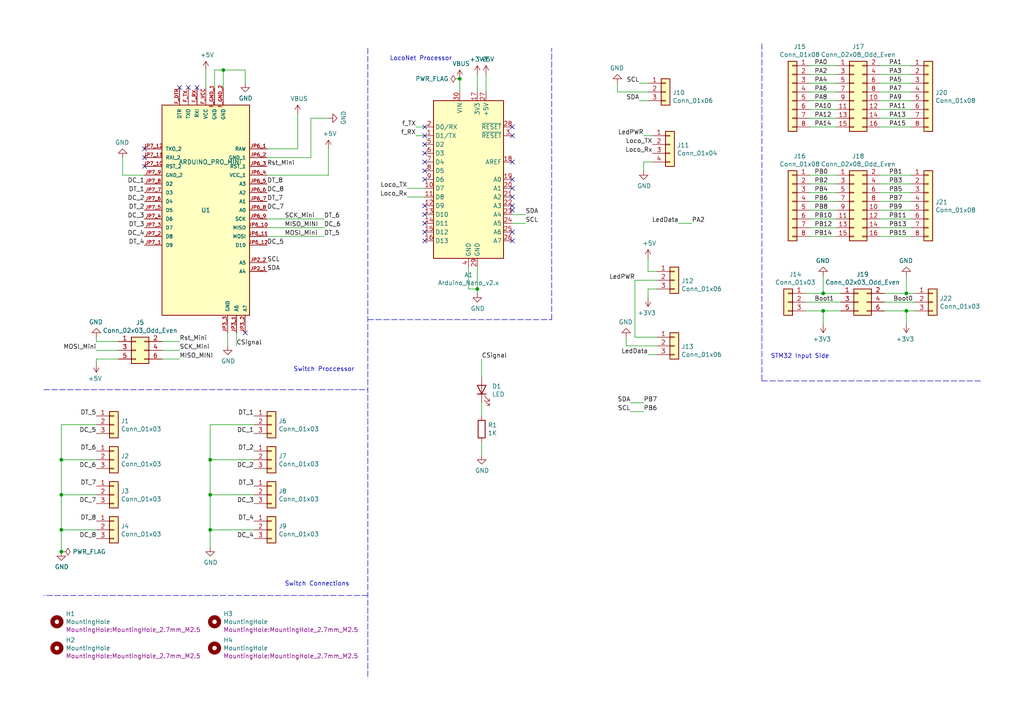
<source format=kicad_sch>
(kicad_sch (version 20211123) (generator eeschema)
  (paper "A4")
  (lib_symbols
    (symbol "BoardArduinos:ARDUINO_PRO_MINI" (pin_names (offset 1.016))
      (property "Reference" "U" (at -12.7 31.75 0))
      (property "Value" "ARDUINO_PRO_MINI" (at -7.62 -22.86 0))
      (symbol "ARDUINO_PRO_MINI_0_0"
        (rectangle (start -12.7 -30.48) (end 12.7 30.48) (stroke (width 0.254)) (fill (type background)))
        (pin input line (at -7.62 35.56 270) (length 5.08) (name "DTR") (number "F_DTR"))
        (pin power_in line (at 2.54 35.56 270) (length 5.08) (name "GND") (number "F_GND_1"))
        (pin power_in line (at 5.08 35.56 270) (length 5.08) (name "GND") (number "F_GND_2"))
        (pin bidirectional line (at -2.54 35.56 270) (length 5.08) (name "RXI") (number "F_RX"))
        (pin bidirectional line (at -5.08 35.56 270) (length 5.08) (name "TXO") (number "F_TX"))
        (pin power_in line (at 0 35.56 270) (length 5.08) (name "VCC") (number "F_VCC"))
        (pin bidirectional line (at 17.78 -17.78 180) (length 5.08) (name "A4") (number "JP2_1"))
        (pin bidirectional line (at 17.78 -15.24 180) (length 5.08) (name "A5") (number "JP2_2"))
        (pin input line (at 8.89 -35.56 90) (length 5.08) (name "A6") (number "JP3_1"))
        (pin input line (at 11.43 -35.56 90) (length 5.08) (name "A7") (number "JP3_2"))
        (pin power_in line (at 17.78 17.78 180) (length 5.08) (name "RAW") (number "JP6_1"))
        (pin bidirectional line (at 17.78 -5.08 180) (length 5.08) (name "MISO") (number "JP6_10"))
        (pin bidirectional line (at 17.78 -7.62 180) (length 5.08) (name "MOSI") (number "JP6_11"))
        (pin bidirectional line (at 17.78 -10.16 180) (length 5.08) (name "D10") (number "JP6_12"))
        (pin power_in line (at 17.78 15.24 180) (length 5.08) (name "GND_1") (number "JP6_2"))
        (pin input line (at 17.78 12.7 180) (length 5.08) (name "RST_1") (number "JP6_3"))
        (pin power_in line (at 17.78 10.16 180) (length 5.08) (name "VCC_1") (number "JP6_4"))
        (pin bidirectional line (at 17.78 7.62 180) (length 5.08) (name "A3") (number "JP6_5"))
        (pin bidirectional line (at 17.78 5.08 180) (length 5.08) (name "A2") (number "JP6_6"))
        (pin bidirectional line (at 17.78 2.54 180) (length 5.08) (name "A1") (number "JP6_7"))
        (pin bidirectional line (at 17.78 0 180) (length 5.08) (name "A0") (number "JP6_8"))
        (pin bidirectional line (at 17.78 -2.54 180) (length 5.08) (name "SCK") (number "JP6_9"))
        (pin bidirectional line (at -17.78 -10.16 0) (length 5.08) (name "D9") (number "JP7_1"))
        (pin input line (at -17.78 12.7 0) (length 5.08) (name "RST_2") (number "JP7_10"))
        (pin bidirectional line (at -17.78 15.24 0) (length 5.08) (name "RXI_2") (number "JP7_11"))
        (pin bidirectional line (at -17.78 17.78 0) (length 5.08) (name "TXO_2") (number "JP7_12"))
        (pin bidirectional line (at -17.78 -7.62 0) (length 5.08) (name "D8") (number "JP7_2"))
        (pin bidirectional line (at -17.78 -5.08 0) (length 5.08) (name "D7") (number "JP7_3"))
        (pin bidirectional line (at -17.78 -2.54 0) (length 5.08) (name "D6") (number "JP7_4"))
        (pin bidirectional line (at -17.78 0 0) (length 5.08) (name "D5") (number "JP7_5"))
        (pin bidirectional line (at -17.78 2.54 0) (length 5.08) (name "D4") (number "JP7_6"))
        (pin bidirectional line (at -17.78 5.08 0) (length 5.08) (name "D3") (number "JP7_7"))
        (pin bidirectional line (at -17.78 7.62 0) (length 5.08) (name "D2") (number "JP7_8"))
        (pin power_in line (at -17.78 10.16 0) (length 5.08) (name "GND_2") (number "JP7_9"))
      )
      (symbol "ARDUINO_PRO_MINI_1_1"
        (pin input line (at 6.35 -35.56 90) (length 5.08) (name "GND") (number "JP3_3"))
      )
    )
    (symbol "Connector_Generic:Conn_01x03" (pin_names (offset 1.016) hide)
      (property "Reference" "J" (at 0 5.08 0))
      (property "Value" "Conn_01x03" (at 0 -5.08 0))
      (symbol "Conn_01x03_1_1"
        (rectangle (start -1.27 -2.413) (end 0 -2.667) (stroke (width 0.1524)))
        (rectangle (start -1.27 0.127) (end 0 -0.127) (stroke (width 0.1524)))
        (rectangle (start -1.27 2.667) (end 0 2.413) (stroke (width 0.1524)))
        (rectangle (start -1.27 3.81) (end 1.27 -3.81) (stroke (width 0.254)) (fill (type background)))
        (pin passive line (at -5.08 2.54 0) (length 3.81) (name "Pin_1") (number "1"))
        (pin passive line (at -5.08 0 0) (length 3.81) (name "Pin_2") (number "2"))
        (pin passive line (at -5.08 -2.54 0) (length 3.81) (name "Pin_3") (number "3"))
      )
    )
    (symbol "Connector_Generic:Conn_01x04" (pin_names (offset 1.016) hide)
      (property "Reference" "J" (at 0 5.08 0))
      (property "Value" "Conn_01x04" (at 0 -7.62 0))
      (symbol "Conn_01x04_1_1"
        (rectangle (start -1.27 -4.953) (end 0 -5.207) (stroke (width 0.1524)))
        (rectangle (start -1.27 -2.413) (end 0 -2.667) (stroke (width 0.1524)))
        (rectangle (start -1.27 0.127) (end 0 -0.127) (stroke (width 0.1524)))
        (rectangle (start -1.27 2.667) (end 0 2.413) (stroke (width 0.1524)))
        (rectangle (start -1.27 3.81) (end 1.27 -6.35) (stroke (width 0.254)) (fill (type background)))
        (pin passive line (at -5.08 2.54 0) (length 3.81) (name "Pin_1") (number "1"))
        (pin passive line (at -5.08 0 0) (length 3.81) (name "Pin_2") (number "2"))
        (pin passive line (at -5.08 -2.54 0) (length 3.81) (name "Pin_3") (number "3"))
        (pin passive line (at -5.08 -5.08 0) (length 3.81) (name "Pin_4") (number "4"))
      )
    )
    (symbol "Connector_Generic:Conn_01x08" (pin_names (offset 1.016) hide)
      (property "Reference" "J" (at 0 10.16 0))
      (property "Value" "Conn_01x08" (at 0 -12.7 0))
      (symbol "Conn_01x08_1_1"
        (rectangle (start -1.27 -10.033) (end 0 -10.287) (stroke (width 0.1524)))
        (rectangle (start -1.27 -7.493) (end 0 -7.747) (stroke (width 0.1524)))
        (rectangle (start -1.27 -4.953) (end 0 -5.207) (stroke (width 0.1524)))
        (rectangle (start -1.27 -2.413) (end 0 -2.667) (stroke (width 0.1524)))
        (rectangle (start -1.27 0.127) (end 0 -0.127) (stroke (width 0.1524)))
        (rectangle (start -1.27 2.667) (end 0 2.413) (stroke (width 0.1524)))
        (rectangle (start -1.27 5.207) (end 0 4.953) (stroke (width 0.1524)))
        (rectangle (start -1.27 7.747) (end 0 7.493) (stroke (width 0.1524)))
        (rectangle (start -1.27 8.89) (end 1.27 -11.43) (stroke (width 0.254)) (fill (type background)))
        (pin passive line (at -5.08 7.62 0) (length 3.81) (name "Pin_1") (number "1"))
        (pin passive line (at -5.08 5.08 0) (length 3.81) (name "Pin_2") (number "2"))
        (pin passive line (at -5.08 2.54 0) (length 3.81) (name "Pin_3") (number "3"))
        (pin passive line (at -5.08 0 0) (length 3.81) (name "Pin_4") (number "4"))
        (pin passive line (at -5.08 -2.54 0) (length 3.81) (name "Pin_5") (number "5"))
        (pin passive line (at -5.08 -5.08 0) (length 3.81) (name "Pin_6") (number "6"))
        (pin passive line (at -5.08 -7.62 0) (length 3.81) (name "Pin_7") (number "7"))
        (pin passive line (at -5.08 -10.16 0) (length 3.81) (name "Pin_8") (number "8"))
      )
    )
    (symbol "Connector_Generic:Conn_02x03_Odd_Even" (pin_names (offset 1.016) hide)
      (property "Reference" "J" (at 1.27 5.08 0))
      (property "Value" "Conn_02x03_Odd_Even" (at 1.27 -5.08 0))
      (symbol "Conn_02x03_Odd_Even_1_1"
        (rectangle (start -1.27 -2.413) (end 0 -2.667) (stroke (width 0.1524)))
        (rectangle (start -1.27 0.127) (end 0 -0.127) (stroke (width 0.1524)))
        (rectangle (start -1.27 2.667) (end 0 2.413) (stroke (width 0.1524)))
        (rectangle (start -1.27 3.81) (end 3.81 -3.81) (stroke (width 0.254)) (fill (type background)))
        (rectangle (start 3.81 -2.413) (end 2.54 -2.667) (stroke (width 0.1524)))
        (rectangle (start 3.81 0.127) (end 2.54 -0.127) (stroke (width 0.1524)))
        (rectangle (start 3.81 2.667) (end 2.54 2.413) (stroke (width 0.1524)))
        (pin passive line (at -5.08 2.54 0) (length 3.81) (name "Pin_1") (number "1"))
        (pin passive line (at 7.62 2.54 180) (length 3.81) (name "Pin_2") (number "2"))
        (pin passive line (at -5.08 0 0) (length 3.81) (name "Pin_3") (number "3"))
        (pin passive line (at 7.62 0 180) (length 3.81) (name "Pin_4") (number "4"))
        (pin passive line (at -5.08 -2.54 0) (length 3.81) (name "Pin_5") (number "5"))
        (pin passive line (at 7.62 -2.54 180) (length 3.81) (name "Pin_6") (number "6"))
      )
    )
    (symbol "Connector_Generic:Conn_02x08_Odd_Even" (pin_names (offset 1.016) hide)
      (property "Reference" "J" (at 1.27 10.16 0))
      (property "Value" "Conn_02x08_Odd_Even" (at 1.27 -12.7 0))
      (symbol "Conn_02x08_Odd_Even_1_1"
        (rectangle (start -1.27 -10.033) (end 0 -10.287) (stroke (width 0.1524)))
        (rectangle (start -1.27 -7.493) (end 0 -7.747) (stroke (width 0.1524)))
        (rectangle (start -1.27 -4.953) (end 0 -5.207) (stroke (width 0.1524)))
        (rectangle (start -1.27 -2.413) (end 0 -2.667) (stroke (width 0.1524)))
        (rectangle (start -1.27 0.127) (end 0 -0.127) (stroke (width 0.1524)))
        (rectangle (start -1.27 2.667) (end 0 2.413) (stroke (width 0.1524)))
        (rectangle (start -1.27 5.207) (end 0 4.953) (stroke (width 0.1524)))
        (rectangle (start -1.27 7.747) (end 0 7.493) (stroke (width 0.1524)))
        (rectangle (start -1.27 8.89) (end 3.81 -11.43) (stroke (width 0.254)) (fill (type background)))
        (rectangle (start 3.81 -10.033) (end 2.54 -10.287) (stroke (width 0.1524)))
        (rectangle (start 3.81 -7.493) (end 2.54 -7.747) (stroke (width 0.1524)))
        (rectangle (start 3.81 -4.953) (end 2.54 -5.207) (stroke (width 0.1524)))
        (rectangle (start 3.81 -2.413) (end 2.54 -2.667) (stroke (width 0.1524)))
        (rectangle (start 3.81 0.127) (end 2.54 -0.127) (stroke (width 0.1524)))
        (rectangle (start 3.81 2.667) (end 2.54 2.413) (stroke (width 0.1524)))
        (rectangle (start 3.81 5.207) (end 2.54 4.953) (stroke (width 0.1524)))
        (rectangle (start 3.81 7.747) (end 2.54 7.493) (stroke (width 0.1524)))
        (pin passive line (at -5.08 7.62 0) (length 3.81) (name "Pin_1") (number "1"))
        (pin passive line (at 7.62 -2.54 180) (length 3.81) (name "Pin_10") (number "10"))
        (pin passive line (at -5.08 -5.08 0) (length 3.81) (name "Pin_11") (number "11"))
        (pin passive line (at 7.62 -5.08 180) (length 3.81) (name "Pin_12") (number "12"))
        (pin passive line (at -5.08 -7.62 0) (length 3.81) (name "Pin_13") (number "13"))
        (pin passive line (at 7.62 -7.62 180) (length 3.81) (name "Pin_14") (number "14"))
        (pin passive line (at -5.08 -10.16 0) (length 3.81) (name "Pin_15") (number "15"))
        (pin passive line (at 7.62 -10.16 180) (length 3.81) (name "Pin_16") (number "16"))
        (pin passive line (at 7.62 7.62 180) (length 3.81) (name "Pin_2") (number "2"))
        (pin passive line (at -5.08 5.08 0) (length 3.81) (name "Pin_3") (number "3"))
        (pin passive line (at 7.62 5.08 180) (length 3.81) (name "Pin_4") (number "4"))
        (pin passive line (at -5.08 2.54 0) (length 3.81) (name "Pin_5") (number "5"))
        (pin passive line (at 7.62 2.54 180) (length 3.81) (name "Pin_6") (number "6"))
        (pin passive line (at -5.08 0 0) (length 3.81) (name "Pin_7") (number "7"))
        (pin passive line (at 7.62 0 180) (length 3.81) (name "Pin_8") (number "8"))
        (pin passive line (at -5.08 -2.54 0) (length 3.81) (name "Pin_9") (number "9"))
      )
    )
    (symbol "Device:LED" (pin_numbers hide) (pin_names (offset 1.016) hide)
      (property "Reference" "D" (at 0 2.54 0))
      (property "Value" "LED" (at 0 -2.54 0))
      (symbol "LED_0_1"
        (polyline (pts (xy -1.27 -1.27) (xy -1.27 1.27)) (stroke (width 0.254)))
        (polyline (pts (xy -1.27 0) (xy 1.27 0)))
        (polyline (pts (xy 1.27 -1.27) (xy 1.27 1.27) (xy -1.27 0) (xy 1.27 -1.27)) (stroke (width 0.254)))
        (polyline (pts (xy -3.048 -0.762) (xy -4.572 -2.286) (xy -3.81 -2.286) (xy -4.572 -2.286) (xy -4.572 -1.524)))
        (polyline (pts (xy -1.778 -0.762) (xy -3.302 -2.286) (xy -2.54 -2.286) (xy -3.302 -2.286) (xy -3.302 -1.524)))
      )
      (symbol "LED_1_1"
        (pin passive line (at -3.81 0 0) (length 2.54) (name "K") (number "1"))
        (pin passive line (at 3.81 0 180) (length 2.54) (name "A") (number "2"))
      )
    )
    (symbol "Device:R" (pin_numbers hide) (pin_names (offset 0))
      (property "Reference" "R" (at 2.032 0 90))
      (property "Value" "R" (at 0 0 90))
      (symbol "R_0_1"
        (rectangle (start -1.016 -2.54) (end 1.016 2.54) (stroke (width 0.254)))
      )
      (symbol "R_1_1"
        (pin passive line (at 0 3.81 270) (length 1.27) (name "~") (number "1"))
        (pin passive line (at 0 -3.81 90) (length 1.27) (name "~") (number "2"))
      )
    )
    (symbol "MCU_Module:Arduino_Nano_v2.x"
      (property "Reference" "A" (at -10.16 23.495 0))
      (property "Value" "Arduino_Nano_v2.x" (at 5.08 -24.13 0))
      (symbol "Arduino_Nano_v2.x_0_1"
        (rectangle (start -10.16 22.86) (end 10.16 -22.86) (stroke (width 0.254)) (fill (type background)))
      )
      (symbol "Arduino_Nano_v2.x_1_1"
        (pin bidirectional line (at -12.7 12.7 0) (length 2.54) (name "D1/TX") (number "1"))
        (pin bidirectional line (at -12.7 -2.54 0) (length 2.54) (name "D7") (number "10"))
        (pin bidirectional line (at -12.7 -5.08 0) (length 2.54) (name "D8") (number "11"))
        (pin bidirectional line (at -12.7 -7.62 0) (length 2.54) (name "D9") (number "12"))
        (pin bidirectional line (at -12.7 -10.16 0) (length 2.54) (name "D10") (number "13"))
        (pin bidirectional line (at -12.7 -12.7 0) (length 2.54) (name "D11") (number "14"))
        (pin bidirectional line (at -12.7 -15.24 0) (length 2.54) (name "D12") (number "15"))
        (pin bidirectional line (at -12.7 -17.78 0) (length 2.54) (name "D13") (number "16"))
        (pin power_out line (at 2.54 25.4 270) (length 2.54) (name "3V3") (number "17"))
        (pin input line (at 12.7 5.08 180) (length 2.54) (name "AREF") (number "18"))
        (pin bidirectional line (at 12.7 0 180) (length 2.54) (name "A0") (number "19"))
        (pin bidirectional line (at -12.7 15.24 0) (length 2.54) (name "D0/RX") (number "2"))
        (pin bidirectional line (at 12.7 -2.54 180) (length 2.54) (name "A1") (number "20"))
        (pin bidirectional line (at 12.7 -5.08 180) (length 2.54) (name "A2") (number "21"))
        (pin bidirectional line (at 12.7 -7.62 180) (length 2.54) (name "A3") (number "22"))
        (pin bidirectional line (at 12.7 -10.16 180) (length 2.54) (name "A4") (number "23"))
        (pin bidirectional line (at 12.7 -12.7 180) (length 2.54) (name "A5") (number "24"))
        (pin bidirectional line (at 12.7 -15.24 180) (length 2.54) (name "A6") (number "25"))
        (pin bidirectional line (at 12.7 -17.78 180) (length 2.54) (name "A7") (number "26"))
        (pin power_out line (at 5.08 25.4 270) (length 2.54) (name "+5V") (number "27"))
        (pin input line (at 12.7 15.24 180) (length 2.54) (name "~{RESET}") (number "28"))
        (pin power_in line (at 2.54 -25.4 90) (length 2.54) (name "GND") (number "29"))
        (pin input line (at 12.7 12.7 180) (length 2.54) (name "~{RESET}") (number "3"))
        (pin power_in line (at -2.54 25.4 270) (length 2.54) (name "VIN") (number "30"))
        (pin power_in line (at 0 -25.4 90) (length 2.54) (name "GND") (number "4"))
        (pin bidirectional line (at -12.7 10.16 0) (length 2.54) (name "D2") (number "5"))
        (pin bidirectional line (at -12.7 7.62 0) (length 2.54) (name "D3") (number "6"))
        (pin bidirectional line (at -12.7 5.08 0) (length 2.54) (name "D4") (number "7"))
        (pin bidirectional line (at -12.7 2.54 0) (length 2.54) (name "D5") (number "8"))
        (pin bidirectional line (at -12.7 0 0) (length 2.54) (name "D6") (number "9"))
      )
    )
    (symbol "Mechanical:MountingHole" (pin_names (offset 1.016))
      (property "Reference" "H" (at 0 5.08 0))
      (property "Value" "MountingHole" (at 0 3.175 0))
      (symbol "MountingHole_0_1"
        (circle (center 0 0) (radius 1.27) (stroke (width 1.27)))
      )
    )
    (symbol "Stm32F103Board-rescue:+3.3V-power" (power) (pin_names (offset 0))
      (property "Value" "+3.3V-power" (at 0 3.556 0))
      (symbol "+3.3V-power_0_1"
        (polyline (pts (xy -0.762 1.27) (xy 0 2.54)))
        (polyline (pts (xy 0 0) (xy 0 2.54)))
        (polyline (pts (xy 0 2.54) (xy 0.762 1.27)))
      )
      (symbol "+3.3V-power_1_1"
        (pin power_in line (at 0 0 90) (length 0) hide (name "+3V3") (number "1"))
      )
    )
    (symbol "power:+5V" (power) (pin_names (offset 0))
      (property "Value" "+5V" (at 0 3.556 0))
      (symbol "+5V_0_1"
        (polyline (pts (xy -0.762 1.27) (xy 0 2.54)))
        (polyline (pts (xy 0 0) (xy 0 2.54)))
        (polyline (pts (xy 0 2.54) (xy 0.762 1.27)))
      )
      (symbol "+5V_1_1"
        (pin power_in line (at 0 0 90) (length 0) hide (name "+5V") (number "1"))
      )
    )
    (symbol "power:GND" (power) (pin_names (offset 0))
      (property "Value" "GND" (at 0 -3.81 0))
      (symbol "GND_0_1"
        (polyline (pts (xy 0 0) (xy 0 -1.27) (xy 1.27 -1.27) (xy 0 -2.54) (xy -1.27 -1.27) (xy 0 -1.27)))
      )
      (symbol "GND_1_1"
        (pin power_in line (at 0 0 270) (length 0) hide (name "GND") (number "1"))
      )
    )
    (symbol "power:PWR_FLAG" (power) (pin_numbers hide) (pin_names (offset 0) hide)
      (property "Value" "PWR_FLAG" (at 0 3.81 0))
      (symbol "PWR_FLAG_0_0"
        (pin power_out line (at 0 0 90) (length 0) (name "pwr") (number "1"))
      )
      (symbol "PWR_FLAG_0_1"
        (polyline (pts (xy 0 0) (xy 0 1.27) (xy -1.016 1.905) (xy 0 2.54) (xy 1.016 1.905) (xy 0 1.27)))
      )
    )
    (symbol "power:VBUS" (power) (pin_names (offset 0))
      (property "Value" "VBUS" (at 0 3.81 0))
      (symbol "VBUS_0_1"
        (polyline (pts (xy -0.762 1.27) (xy 0 2.54)))
        (polyline (pts (xy 0 0) (xy 0 2.54)))
        (polyline (pts (xy 0 2.54) (xy 0.762 1.27)))
      )
      (symbol "VBUS_1_1"
        (pin power_in line (at 0 0 90) (length 0) hide (name "VBUS") (number "1"))
      )
    )
  )
  (junction (at 17.78 143.51))
  (junction (at 60.96 153.67))
  (junction (at 17.78 133.35))
  (junction (at 133.35 22.86))
  (junction (at 138.43 83.82))
  (junction (at 17.78 153.67))
  (junction (at 64.77 20.32))
  (junction (at 60.96 143.51))
  (junction (at 238.76 90.17))
  (junction (at 60.96 133.35))
  (junction (at 238.76 85.09))
  (junction (at 262.89 85.09))
  (junction (at 262.89 90.17))
  (junction (at 17.78 160.02))
  (no_connect (at 148.59 67.31))
  (no_connect (at 148.59 46.99))
  (no_connect (at 148.59 52.07))
  (no_connect (at 123.19 36.83))
  (no_connect (at 41.91 45.72))
  (no_connect (at 71.12 96.52))
  (no_connect (at 148.59 54.61))
  (no_connect (at 57.15 25.4))
  (no_connect (at 148.59 36.83))
  (no_connect (at 123.19 41.91))
  (no_connect (at 148.59 60.96))
  (no_connect (at 123.19 46.99))
  (no_connect (at 148.59 57.15))
  (no_connect (at 123.19 62.23))
  (no_connect (at 123.19 39.37))
  (no_connect (at 123.19 69.85))
  (no_connect (at 148.59 69.85))
  (no_connect (at 148.59 59.69))
  (no_connect (at 123.19 67.31))
  (no_connect (at 123.19 59.69))
  (no_connect (at 52.07 25.4))
  (no_connect (at 123.19 64.77))
  (no_connect (at 123.19 52.07))
  (no_connect (at 148.59 39.37))
  (no_connect (at 41.91 48.26))
  (no_connect (at 41.91 43.18))
  (no_connect (at 123.19 49.53))
  (no_connect (at 54.61 25.4))
  (no_connect (at 123.19 44.45))
  (wire (pts (xy 93.98 68.58) (xy 77.47 68.58)))
  (wire (pts (xy 234.95 58.42) (xy 242.57 58.42)))
  (wire (pts (xy 255.27 36.83) (xy 264.16 36.83)))
  (wire (pts (xy 120.65 39.37) (xy 123.19 39.37)))
  (wire (pts (xy 138.43 83.82) (xy 138.43 85.09)))
  (wire (pts (xy 60.96 133.35) (xy 60.96 123.19)))
  (wire (pts (xy 187.96 78.74) (xy 190.5 78.74)))
  (wire (pts (xy 234.95 66.04) (xy 242.57 66.04)))
  (wire (pts (xy 262.89 93.98) (xy 262.89 90.17)))
  (wire (pts (xy 190.5 81.28) (xy 184.15 81.28)))
  (wire (pts (xy 181.61 100.33) (xy 190.5 100.33)))
  (wire (pts (xy 238.76 90.17) (xy 233.68 90.17)))
  (wire (pts (xy 27.94 99.06) (xy 27.94 97.79)))
  (wire (pts (xy 133.35 22.86) (xy 133.35 26.67)))
  (wire (pts (xy 90.17 34.29) (xy 90.17 45.72)))
  (wire (pts (xy 179.07 26.67) (xy 187.96 26.67)))
  (wire (pts (xy 186.69 39.37) (xy 189.23 39.37)))
  (wire (pts (xy 255.27 19.05) (xy 264.16 19.05)))
  (wire (pts (xy 238.76 93.98) (xy 238.76 90.17)))
  (wire (pts (xy 60.96 158.75) (xy 60.96 153.67)))
  (wire (pts (xy 265.43 85.09) (xy 262.89 85.09)))
  (wire (pts (xy 187.96 102.87) (xy 190.5 102.87)))
  (wire (pts (xy 139.7 120.65) (xy 139.7 116.84)))
  (wire (pts (xy 255.27 21.59) (xy 264.16 21.59)))
  (wire (pts (xy 90.17 34.29) (xy 95.25 34.29)))
  (wire (pts (xy 120.65 36.83) (xy 123.19 36.83)))
  (wire (pts (xy 234.95 21.59) (xy 242.57 21.59)))
  (wire (pts (xy 68.58 96.52) (xy 68.58 100.33)))
  (wire (pts (xy 66.04 100.33) (xy 66.04 96.52)))
  (wire (pts (xy 95.25 43.18) (xy 95.25 50.8)))
  (wire (pts (xy 234.95 26.67) (xy 242.57 26.67)))
  (wire (pts (xy 17.78 143.51) (xy 17.78 153.67)))
  (wire (pts (xy 60.96 143.51) (xy 60.96 133.35)))
  (wire (pts (xy 60.96 123.19) (xy 73.66 123.19)))
  (wire (pts (xy 255.27 60.96) (xy 264.16 60.96)))
  (wire (pts (xy 234.95 68.58) (xy 242.57 68.58)))
  (wire (pts (xy 27.94 104.14) (xy 34.29 104.14)))
  (wire (pts (xy 255.27 26.67) (xy 264.16 26.67)))
  (wire (pts (xy 27.94 105.41) (xy 27.94 104.14)))
  (wire (pts (xy 71.12 20.32) (xy 64.77 20.32)))
  (wire (pts (xy 255.27 63.5) (xy 264.16 63.5)))
  (wire (pts (xy 62.23 20.32) (xy 62.23 25.4)))
  (wire (pts (xy 86.36 43.18) (xy 77.47 43.18)))
  (polyline (pts (xy 106.68 13.97) (xy 106.68 196.85)))
  (wire (pts (xy 255.27 55.88) (xy 264.16 55.88)))
  (wire (pts (xy 90.17 45.72) (xy 77.47 45.72)))
  (wire (pts (xy 140.97 26.67) (xy 140.97 21.59)))
  (wire (pts (xy 60.96 153.67) (xy 73.66 153.67)))
  (wire (pts (xy 60.96 133.35) (xy 73.66 133.35)))
  (wire (pts (xy 186.69 49.53) (xy 186.69 46.99)))
  (wire (pts (xy 179.07 24.13) (xy 179.07 26.67)))
  (wire (pts (xy 59.69 20.32) (xy 59.69 25.4)))
  (wire (pts (xy 234.95 60.96) (xy 242.57 60.96)))
  (wire (pts (xy 255.27 24.13) (xy 264.16 24.13)))
  (wire (pts (xy 27.94 101.6) (xy 34.29 101.6)))
  (wire (pts (xy 93.98 63.5) (xy 77.47 63.5)))
  (wire (pts (xy 64.77 20.32) (xy 62.23 20.32)))
  (wire (pts (xy 71.12 24.13) (xy 71.12 20.32)))
  (wire (pts (xy 139.7 104.14) (xy 139.7 109.22)))
  (wire (pts (xy 17.78 133.35) (xy 17.78 143.51)))
  (wire (pts (xy 238.76 85.09) (xy 233.68 85.09)))
  (wire (pts (xy 187.96 86.36) (xy 187.96 83.82)))
  (wire (pts (xy 64.77 25.4) (xy 64.77 20.32)))
  (wire (pts (xy 118.11 57.15) (xy 123.19 57.15)))
  (wire (pts (xy 234.95 53.34) (xy 242.57 53.34)))
  (wire (pts (xy 186.69 116.84) (xy 182.88 116.84)))
  (wire (pts (xy 234.95 31.75) (xy 242.57 31.75)))
  (polyline (pts (xy 220.98 110.49) (xy 284.48 110.49)))
  (polyline (pts (xy 106.68 172.72) (xy 12.7 172.72)))
  (wire (pts (xy 262.89 90.17) (xy 256.54 90.17)))
  (wire (pts (xy 86.36 33.02) (xy 86.36 43.18)))
  (polyline (pts (xy 220.98 12.7) (xy 220.98 110.49)))
  (wire (pts (xy 255.27 50.8) (xy 264.16 50.8)))
  (wire (pts (xy 255.27 68.58) (xy 264.16 68.58)))
  (wire (pts (xy 243.84 85.09) (xy 238.76 85.09)))
  (wire (pts (xy 181.61 97.79) (xy 181.61 100.33)))
  (wire (pts (xy 234.95 34.29) (xy 242.57 34.29)))
  (wire (pts (xy 255.27 53.34) (xy 264.16 53.34)))
  (wire (pts (xy 93.98 66.04) (xy 77.47 66.04)))
  (wire (pts (xy 27.94 143.51) (xy 17.78 143.51)))
  (wire (pts (xy 139.7 132.08) (xy 139.7 128.27)))
  (wire (pts (xy 255.27 34.29) (xy 264.16 34.29)))
  (wire (pts (xy 234.95 29.21) (xy 242.57 29.21)))
  (wire (pts (xy 255.27 58.42) (xy 264.16 58.42)))
  (wire (pts (xy 186.69 46.99) (xy 189.23 46.99)))
  (wire (pts (xy 152.4 64.77) (xy 148.59 64.77)))
  (wire (pts (xy 265.43 90.17) (xy 262.89 90.17)))
  (wire (pts (xy 185.42 29.21) (xy 187.96 29.21)))
  (wire (pts (xy 234.95 50.8) (xy 242.57 50.8)))
  (wire (pts (xy 187.96 74.93) (xy 187.96 78.74)))
  (wire (pts (xy 256.54 87.63) (xy 265.43 87.63)))
  (wire (pts (xy 118.11 54.61) (xy 123.19 54.61)))
  (wire (pts (xy 138.43 21.59) (xy 138.43 26.67)))
  (wire (pts (xy 187.96 83.82) (xy 190.5 83.82)))
  (wire (pts (xy 138.43 77.47) (xy 138.43 83.82)))
  (wire (pts (xy 186.69 119.38) (xy 182.88 119.38)))
  (wire (pts (xy 233.68 87.63) (xy 243.84 87.63)))
  (wire (pts (xy 184.15 81.28) (xy 184.15 97.79)))
  (wire (pts (xy 60.96 153.67) (xy 60.96 143.51)))
  (wire (pts (xy 52.07 99.06) (xy 46.99 99.06)))
  (wire (pts (xy 152.4 62.23) (xy 148.59 62.23)))
  (polyline (pts (xy 160.02 92.71) (xy 160.02 13.97)))
  (wire (pts (xy 35.56 45.72) (xy 35.56 50.8)))
  (wire (pts (xy 234.95 63.5) (xy 242.57 63.5)))
  (wire (pts (xy 17.78 153.67) (xy 27.94 153.67)))
  (polyline (pts (xy 106.68 92.71) (xy 160.02 92.71)))
  (wire (pts (xy 234.95 24.13) (xy 242.57 24.13)))
  (wire (pts (xy 234.95 19.05) (xy 242.57 19.05)))
  (wire (pts (xy 135.89 83.82) (xy 138.43 83.82)))
  (polyline (pts (xy 12.7 113.03) (xy 106.68 113.03)))
  (wire (pts (xy 60.96 143.51) (xy 73.66 143.51)))
  (wire (pts (xy 262.89 85.09) (xy 256.54 85.09)))
  (wire (pts (xy 34.29 99.06) (xy 27.94 99.06)))
  (wire (pts (xy 255.27 29.21) (xy 264.16 29.21)))
  (wire (pts (xy 77.47 50.8) (xy 95.25 50.8)))
  (wire (pts (xy 255.27 31.75) (xy 264.16 31.75)))
  (wire (pts (xy 135.89 77.47) (xy 135.89 83.82)))
  (wire (pts (xy 17.78 160.02) (xy 17.78 153.67)))
  (wire (pts (xy 185.42 24.13) (xy 187.96 24.13)))
  (wire (pts (xy 234.95 55.88) (xy 242.57 55.88)))
  (wire (pts (xy 243.84 90.17) (xy 238.76 90.17)))
  (wire (pts (xy 196.85 64.77) (xy 200.66 64.77)))
  (wire (pts (xy 27.94 123.19) (xy 17.78 123.19)))
  (wire (pts (xy 17.78 123.19) (xy 17.78 133.35)))
  (wire (pts (xy 52.07 104.14) (xy 46.99 104.14)))
  (wire (pts (xy 35.56 50.8) (xy 41.91 50.8)))
  (wire (pts (xy 234.95 36.83) (xy 242.57 36.83)))
  (wire (pts (xy 184.15 97.79) (xy 190.5 97.79)))
  (wire (pts (xy 255.27 66.04) (xy 264.16 66.04)))
  (wire (pts (xy 27.94 133.35) (xy 17.78 133.35)))
  (wire (pts (xy 52.07 101.6) (xy 46.99 101.6)))
  (wire (pts (xy 262.89 80.01) (xy 262.89 85.09)))
  (wire (pts (xy 238.76 80.01) (xy 238.76 85.09)))
  (text "LocoNet Processor" (at 113.03 17.78 0) (effects (font (size 1.27 1.27)) (justify left bottom)))
  (text "STM32 Input Side" (at 223.52 104.14 0) (effects (font (size 1.27 1.27)) (justify left bottom)))
  (text "Switch Connections" (at 82.55 170.18 0) (effects (font (size 1.27 1.27)) (justify left bottom)))
  (text "Switch Proccessor" (at 85.09 107.95 0) (effects (font (size 1.27 1.27)) (justify left bottom)))
  (label "DT_8" (at 27.94 151.13 180))
  (label "PB11" (at 257.81 63.5 0))
  (label "PA9" (at 257.81 29.21 0))
  (label "DT_5" (at 93.98 68.58 0))
  (label "DC_6" (at 27.94 135.89 180))
  (label "PB6" (at 186.69 119.38 0))
  (label "Rst_Mini" (at 77.47 48.26 0))
  (label "PB2" (at 236.22 53.34 0))
  (label "f_RX" (at 120.65 39.37 180))
  (label "SCL" (at 185.42 24.13 180))
  (label "MISO_MINI" (at 82.55 66.04 0))
  (label "DC_2" (at 73.66 135.89 180))
  (label "PB14" (at 236.22 68.58 0))
  (label "PB13" (at 257.81 66.04 0))
  (label "DC_7" (at 27.94 146.05 180))
  (label "DT_1" (at 41.91 55.88 180))
  (label "DT_6" (at 93.98 63.5 0))
  (label "MOSI_Mini" (at 27.94 101.6 180))
  (label "CSignal" (at 68.58 100.33 0))
  (label "PB5" (at 257.81 55.88 0))
  (label "PA5" (at 257.81 24.13 0))
  (label "PB3" (at 257.81 53.34 0))
  (label "DC_2" (at 41.91 58.42 180))
  (label "PA11" (at 257.81 31.75 0))
  (label "PB1" (at 257.81 50.8 0))
  (label "SCK_Mini" (at 52.07 101.6 0))
  (label "Rst_Mini" (at 52.07 99.06 0))
  (label "DC_4" (at 41.91 68.58 180))
  (label "DC_7" (at 77.47 60.96 0))
  (label "PB0" (at 236.22 50.8 0))
  (label "PB10" (at 236.22 63.5 0))
  (label "PA1" (at 257.81 19.05 0))
  (label "DC_8" (at 27.94 156.21 180))
  (label "PA4" (at 236.22 24.13 0))
  (label "PB12" (at 236.22 66.04 0))
  (label "SDA" (at 185.42 29.21 180))
  (label "PA2" (at 200.66 64.77 0))
  (label "SDA" (at 152.4 62.23 0))
  (label "SCL" (at 77.47 76.2 0))
  (label "MISO_MINI" (at 52.07 104.14 0))
  (label "MOSI_Mini" (at 82.55 68.58 0))
  (label "DT_2" (at 73.66 130.81 180))
  (label "CSignal" (at 139.7 104.14 0))
  (label "DC_3" (at 73.66 146.05 180))
  (label "LedData" (at 187.96 102.87 180))
  (label "PB7" (at 186.69 116.84 0))
  (label "DC_5" (at 27.94 125.73 180))
  (label "PA12" (at 236.22 34.29 0))
  (label "DT_7" (at 27.94 140.97 180))
  (label "DC_8" (at 77.47 55.88 0))
  (label "SCK_Mini" (at 82.55 63.5 0))
  (label "PA0" (at 236.22 19.05 0))
  (label "PA6" (at 236.22 26.67 0))
  (label "SDA" (at 182.88 116.84 180))
  (label "PA14" (at 236.22 36.83 0))
  (label "DT_4" (at 73.66 151.13 180))
  (label "PA15" (at 257.81 36.83 0))
  (label "Loco_TX" (at 189.23 41.91 180))
  (label "DC_1" (at 73.66 125.73 180))
  (label "PA8" (at 236.22 29.21 0))
  (label "LedPWR" (at 186.69 39.37 180))
  (label "PB8" (at 236.22 60.96 0))
  (label "DT_5" (at 27.94 120.65 180))
  (label "PA2" (at 236.22 21.59 0))
  (label "SCL" (at 152.4 64.77 0))
  (label "PB6" (at 236.22 58.42 0))
  (label "SCL" (at 182.88 119.38 180))
  (label "f_TX" (at 120.65 36.83 180))
  (label "DT_6" (at 27.94 130.81 180))
  (label "PA7" (at 257.81 26.67 0))
  (label "Boot0" (at 259.08 87.63 0))
  (label "DC_6" (at 93.98 66.04 0))
  (label "LedPWR" (at 184.15 81.28 180))
  (label "PB7" (at 257.81 58.42 0))
  (label "DT_4" (at 41.91 71.12 180))
  (label "LedData" (at 196.85 64.77 180))
  (label "DT_1" (at 73.66 120.65 180))
  (label "DT_7" (at 77.47 58.42 0))
  (label "DT_8" (at 77.47 53.34 0))
  (label "PB4" (at 236.22 55.88 0))
  (label "DC_1" (at 41.91 53.34 180))
  (label "Loco_TX" (at 118.11 54.61 180))
  (label "SDA" (at 77.47 78.74 0))
  (label "DC_5" (at 77.47 71.12 0))
  (label "DC_3" (at 41.91 63.5 180))
  (label "DT_3" (at 73.66 140.97 180))
  (label "Boot1" (at 236.22 87.63 0))
  (label "PB9" (at 257.81 60.96 0))
  (label "PA13" (at 257.81 34.29 0))
  (label "PB15" (at 257.81 68.58 0))
  (label "PA3" (at 257.81 21.59 0))
  (label "Loco_Rx" (at 189.23 44.45 180))
  (label "DT_3" (at 41.91 66.04 180))
  (label "DC_4" (at 73.66 156.21 180))
  (label "Loco_Rx" (at 118.11 57.15 180))
  (label "PA10" (at 236.22 31.75 0))
  (label "DT_2" (at 41.91 60.96 180))
  (symbol (lib_id "MCU_Module:Arduino_Nano_v2.x") (at 135.89 52.07 0) (unit 1)
    (property "Reference" "A1" (at 135.89 79.7306 0))
    (property "Value" "Arduino_Nano_v2.x" (at 135.89 82.042 0))
    (property "Footprint" "Module:Arduino_Nano" (effects hide))
    (property "Datasheet" "https://www.arduino.cc/en/uploads/Main/ArduinoNanoManual23.pdf" (effects hide))
  )
  (symbol (lib_id "BoardArduinos:ARDUINO_PRO_MINI") (at 59.69 60.96 0) (unit 1)
    (property "Reference" "U1" (at 59.69 60.96 0))
    (property "Value" "ARDUINO_PRO_MINI" (at 60.96 46.99 0))
    (property "Footprint" "BoardArduinos:MODULE_ARDUINO_PRO_MINI" (effects hide))
    (property "MAXIMUM_PACKAGE_HEIGHT" "N/A" (effects hide))
    (property "MANUFACTURER" "SparkFun Electronics" (effects hide))
    (property "PARTREV" "N/A" (effects hide))
    (property "STANDARD" "Manufacturer Recommendations" (effects hide))
  )
  (symbol (lib_id "power:GND") (at 35.56 45.72 180) (unit 1)
    (property "Reference" "#PWR04" (effects hide))
    (property "Value" "GND" (at 35.433 41.3258 0))
  )
  (symbol (lib_id "power:GND") (at 262.89 80.01 180) (unit 1)
    (property "Reference" "#PWR022" (effects hide))
    (property "Value" "GND" (at 262.763 75.6158 0))
  )
  (symbol (lib_id "power:GND") (at 27.94 97.79 180) (unit 1)
    (property "Reference" "#PWR02" (effects hide))
    (property "Value" "GND" (at 27.813 93.3958 0))
  )
  (symbol (lib_id "power:+5V") (at 95.25 43.18 0) (unit 1)
    (property "Reference" "#PWR010" (effects hide))
    (property "Value" "+5V" (at 95.631 38.7858 0))
  )
  (symbol (lib_id "power:+5V") (at 140.97 21.59 0) (unit 1)
    (property "Reference" "#PWR013" (effects hide))
    (property "Value" "+5V" (at 141.351 17.1958 0))
  )
  (symbol (lib_id "power:VBUS") (at 133.35 22.86 0) (unit 1)
    (property "Reference" "#PWR011" (effects hide))
    (property "Value" "VBUS" (at 133.731 18.4658 0))
  )
  (symbol (lib_id "power:VBUS") (at 86.36 33.02 0) (unit 1)
    (property "Reference" "#PWR08" (effects hide))
    (property "Value" "VBUS" (at 86.741 28.6258 0))
  )
  (symbol (lib_id "Connector_Generic:Conn_02x03_Odd_Even") (at 39.37 101.6 0) (unit 1)
    (property "Reference" "J5" (at 40.64 93.5482 0))
    (property "Value" "Conn_02x03_Odd_Even" (at 40.64 95.8596 0))
    (property "Footprint" "Connector_PinHeader_2.54mm:PinHeader_2x03_P2.54mm_Vertical" (effects hide))
  )
  (symbol (lib_id "power:+5V") (at 27.94 105.41 180) (unit 1)
    (property "Reference" "#PWR03" (effects hide))
    (property "Value" "+5V" (at 27.559 109.8042 0))
  )
  (symbol (lib_id "Connector_Generic:Conn_01x03") (at 193.04 26.67 0) (unit 1)
    (property "Reference" "J10" (at 195.072 26.8732 0) (effects (justify left)))
    (property "Value" "Conn_01x06" (at 195.072 29.1846 0) (effects (justify left)))
    (property "Footprint" "Connector_PinHeader_2.54mm:PinHeader_1x03_P2.54mm_Vertical" (effects hide))
  )
  (symbol (lib_id "Stm32F103Board-rescue:+3.3V-power") (at 138.43 21.59 0) (unit 1)
    (property "Reference" "#PWR012" (effects hide))
    (property "Value" "+3.3V" (at 138.811 17.1958 0))
  )
  (symbol (lib_id "power:GND") (at 179.07 24.13 180) (unit 1)
    (property "Reference" "#PWR014" (effects hide))
    (property "Value" "GND" (at 178.943 19.7358 0))
  )
  (symbol (lib_id "Connector_Generic:Conn_01x03") (at 78.74 123.19 0) (unit 1)
    (property "Reference" "J6" (at 80.772 122.1232 0) (effects (justify left)))
    (property "Value" "Conn_01x03" (at 80.772 124.4346 0) (effects (justify left)))
    (property "Footprint" "Connector_PinHeader_2.54mm:PinHeader_1x03_P2.54mm_Vertical" (effects hide))
  )
  (symbol (lib_id "Connector_Generic:Conn_01x03") (at 78.74 133.35 0) (unit 1)
    (property "Reference" "J7" (at 80.772 132.2832 0) (effects (justify left)))
    (property "Value" "Conn_01x03" (at 80.772 134.5946 0) (effects (justify left)))
    (property "Footprint" "Connector_PinHeader_2.54mm:PinHeader_1x03_P2.54mm_Vertical" (effects hide))
  )
  (symbol (lib_id "Connector_Generic:Conn_01x03") (at 78.74 143.51 0) (unit 1)
    (property "Reference" "J8" (at 80.772 142.4432 0) (effects (justify left)))
    (property "Value" "Conn_01x03" (at 80.772 144.7546 0) (effects (justify left)))
    (property "Footprint" "Connector_PinHeader_2.54mm:PinHeader_1x03_P2.54mm_Vertical" (effects hide))
  )
  (symbol (lib_id "Connector_Generic:Conn_01x03") (at 78.74 153.67 0) (unit 1)
    (property "Reference" "J9" (at 80.772 152.6032 0) (effects (justify left)))
    (property "Value" "Conn_01x03" (at 80.772 154.9146 0) (effects (justify left)))
    (property "Footprint" "Connector_PinHeader_2.54mm:PinHeader_1x03_P2.54mm_Vertical" (effects hide))
  )
  (symbol (lib_id "Connector_Generic:Conn_01x03") (at 33.02 123.19 0) (unit 1)
    (property "Reference" "J1" (at 35.052 122.1232 0) (effects (justify left)))
    (property "Value" "Conn_01x03" (at 35.052 124.4346 0) (effects (justify left)))
    (property "Footprint" "Connector_PinHeader_2.54mm:PinHeader_1x03_P2.54mm_Vertical" (effects hide))
  )
  (symbol (lib_id "Connector_Generic:Conn_01x03") (at 33.02 133.35 0) (unit 1)
    (property "Reference" "J2" (at 35.052 132.2832 0) (effects (justify left)))
    (property "Value" "Conn_01x03" (at 35.052 134.5946 0) (effects (justify left)))
    (property "Footprint" "Connector_PinHeader_2.54mm:PinHeader_1x03_P2.54mm_Vertical" (effects hide))
  )
  (symbol (lib_id "Connector_Generic:Conn_01x03") (at 33.02 143.51 0) (unit 1)
    (property "Reference" "J3" (at 35.052 142.4432 0) (effects (justify left)))
    (property "Value" "Conn_01x03" (at 35.052 144.7546 0) (effects (justify left)))
    (property "Footprint" "Connector_PinHeader_2.54mm:PinHeader_1x03_P2.54mm_Vertical" (effects hide))
  )
  (symbol (lib_id "Connector_Generic:Conn_01x03") (at 33.02 153.67 0) (unit 1)
    (property "Reference" "J4" (at 35.052 152.6032 0) (effects (justify left)))
    (property "Value" "Conn_01x03" (at 35.052 154.9146 0) (effects (justify left)))
    (property "Footprint" "Connector_PinHeader_2.54mm:PinHeader_1x03_P2.54mm_Vertical" (effects hide))
  )
  (symbol (lib_id "power:GND") (at 60.96 158.75 0) (unit 1)
    (property "Reference" "#PWR06" (effects hide))
    (property "Value" "GND" (at 61.087 163.1442 0))
  )
  (symbol (lib_id "power:GND") (at 17.78 160.02 0) (unit 1)
    (property "Reference" "#PWR01" (effects hide))
    (property "Value" "GND" (at 17.907 164.4142 0))
  )
  (symbol (lib_id "Connector_Generic:Conn_01x04") (at 194.31 41.91 0) (unit 1)
    (property "Reference" "J11" (at 196.342 42.1132 0) (effects (justify left)))
    (property "Value" "Conn_01x04" (at 196.342 44.4246 0) (effects (justify left)))
    (property "Footprint" "Connector_JST:JST_XH_B4B-XH-A_1x04_P2.50mm_Vertical" (effects hide))
  )
  (symbol (lib_id "power:GND") (at 186.69 49.53 0) (unit 1)
    (property "Reference" "#PWR017" (effects hide))
    (property "Value" "GND" (at 186.817 53.9242 0))
  )
  (symbol (lib_id "Connector_Generic:Conn_01x03") (at 195.58 100.33 0) (unit 1)
    (property "Reference" "J13" (at 197.612 100.5332 0) (effects (justify left)))
    (property "Value" "Conn_01x06" (at 197.612 102.8446 0) (effects (justify left)))
    (property "Footprint" "Connector_PinHeader_2.54mm:PinHeader_1x03_P2.54mm_Vertical" (effects hide))
  )
  (symbol (lib_id "power:GND") (at 181.61 97.79 180) (unit 1)
    (property "Reference" "#PWR015" (effects hide))
    (property "Value" "GND" (at 181.483 93.3958 0))
  )
  (symbol (lib_id "power:+5V") (at 187.96 74.93 0) (unit 1)
    (property "Reference" "#PWR018" (effects hide))
    (property "Value" "+5V" (at 188.341 70.5358 0))
  )
  (symbol (lib_id "Connector_Generic:Conn_02x08_Odd_Even") (at 247.65 26.67 0) (unit 1)
    (property "Reference" "J17" (at 248.92 13.5382 0))
    (property "Value" "Conn_02x08_Odd_Even" (at 248.92 15.8496 0))
    (property "Footprint" "Connector_IDC:IDC-Header_2x08_P2.54mm_Vertical" (effects hide))
  )
  (symbol (lib_id "Connector_Generic:Conn_02x08_Odd_Even") (at 247.65 58.42 0) (unit 1)
    (property "Reference" "J18" (at 248.92 45.2882 0))
    (property "Value" "Conn_02x08_Odd_Even" (at 248.92 47.5996 0))
    (property "Footprint" "Connector_IDC:IDC-Header_2x08_P2.54mm_Vertical" (effects hide))
  )
  (symbol (lib_id "Connector_Generic:Conn_01x08") (at 269.24 58.42 0) (unit 1)
    (property "Reference" "J21" (at 271.272 58.6232 0) (effects (justify left)))
    (property "Value" "Conn_01x08" (at 271.272 60.9346 0) (effects (justify left)))
    (property "Footprint" "Connector_PinHeader_2.54mm:PinHeader_1x08_P2.54mm_Vertical" (effects hide))
  )
  (symbol (lib_id "Connector_Generic:Conn_01x08") (at 229.87 58.42 0) (mirror y) (unit 1)
    (property "Reference" "J16" (at 231.9528 45.2882 0))
    (property "Value" "Conn_01x08" (at 231.9528 47.5996 0))
    (property "Footprint" "Connector_PinHeader_2.54mm:PinHeader_1x08_P2.54mm_Vertical" (effects hide))
  )
  (symbol (lib_id "Connector_Generic:Conn_01x08") (at 229.87 26.67 0) (mirror y) (unit 1)
    (property "Reference" "J15" (at 231.9528 13.5382 0))
    (property "Value" "Conn_01x08" (at 231.9528 15.8496 0))
    (property "Footprint" "Connector_PinHeader_2.54mm:PinHeader_1x08_P2.54mm_Vertical" (effects hide))
  )
  (symbol (lib_id "Connector_Generic:Conn_01x08") (at 269.24 26.67 0) (unit 1)
    (property "Reference" "J20" (at 271.272 26.8732 0) (effects (justify left)))
    (property "Value" "Conn_01x08" (at 271.272 29.1846 0) (effects (justify left)))
    (property "Footprint" "Connector_PinHeader_2.54mm:PinHeader_1x08_P2.54mm_Vertical" (effects hide))
  )
  (symbol (lib_id "Mechanical:MountingHole") (at 16.51 180.34 0) (unit 1)
    (property "Reference" "H1" (at 19.05 178.0286 0) (effects (justify left)))
    (property "Value" "MountingHole" (at 19.05 180.34 0) (effects (justify left)))
    (property "Footprint" "MountingHole:MountingHole_2.7mm_M2.5" (at 19.05 182.6514 0) (effects (justify left)))
  )
  (symbol (lib_id "Mechanical:MountingHole") (at 16.51 187.96 0) (unit 1)
    (property "Reference" "H2" (at 19.05 185.6486 0) (effects (justify left)))
    (property "Value" "MountingHole" (at 19.05 187.96 0) (effects (justify left)))
    (property "Footprint" "MountingHole:MountingHole_2.7mm_M2.5" (at 19.05 190.2714 0) (effects (justify left)))
  )
  (symbol (lib_id "Mechanical:MountingHole") (at 62.23 180.34 0) (unit 1)
    (property "Reference" "H3" (at 64.77 178.0286 0) (effects (justify left)))
    (property "Value" "MountingHole" (at 64.77 180.34 0) (effects (justify left)))
    (property "Footprint" "MountingHole:MountingHole_2.7mm_M2.5" (at 64.77 182.6514 0) (effects (justify left)))
  )
  (symbol (lib_id "Mechanical:MountingHole") (at 62.23 187.96 0) (unit 1)
    (property "Reference" "H4" (at 64.77 185.6486 0) (effects (justify left)))
    (property "Value" "MountingHole" (at 64.77 187.96 0) (effects (justify left)))
    (property "Footprint" "MountingHole:MountingHole_2.7mm_M2.5" (at 64.77 190.2714 0) (effects (justify left)))
  )
  (symbol (lib_id "Connector_Generic:Conn_02x03_Odd_Even") (at 248.92 87.63 0) (unit 1)
    (property "Reference" "J19" (at 250.19 79.5782 0))
    (property "Value" "Conn_02x03_Odd_Even" (at 250.19 81.8896 0))
    (property "Footprint" "Connector_PinHeader_2.54mm:PinHeader_2x03_P2.54mm_Vertical" (effects hide))
  )
  (symbol (lib_id "Connector_Generic:Conn_01x03") (at 270.51 87.63 0) (unit 1)
    (property "Reference" "J22" (at 272.542 86.5632 0) (effects (justify left)))
    (property "Value" "Conn_01x03" (at 272.542 88.8746 0) (effects (justify left)))
    (property "Footprint" "Connector_PinHeader_2.54mm:PinHeader_1x03_P2.54mm_Vertical" (effects hide))
  )
  (symbol (lib_id "Connector_Generic:Conn_01x03") (at 228.6 87.63 0) (mirror y) (unit 1)
    (property "Reference" "J14" (at 230.6828 79.5782 0))
    (property "Value" "Conn_01x03" (at 230.6828 81.8896 0))
    (property "Footprint" "Connector_PinHeader_2.54mm:PinHeader_1x03_P2.54mm_Vertical" (effects hide))
  )
  (symbol (lib_id "power:GND") (at 238.76 80.01 180) (unit 1)
    (property "Reference" "#PWR020" (effects hide))
    (property "Value" "GND" (at 238.633 75.6158 0))
  )
  (symbol (lib_id "Stm32F103Board-rescue:+3.3V-power") (at 262.89 93.98 180) (unit 1)
    (property "Reference" "#PWR023" (effects hide))
    (property "Value" "+3.3V" (at 262.509 98.3742 0))
  )
  (symbol (lib_id "Stm32F103Board-rescue:+3.3V-power") (at 238.76 93.98 180) (unit 1)
    (property "Reference" "#PWR021" (effects hide))
    (property "Value" "+3.3V" (at 238.379 98.3742 0))
  )
  (symbol (lib_id "power:+5V") (at 59.69 20.32 0) (unit 1)
    (property "Reference" "#PWR05" (effects hide))
    (property "Value" "+5V" (at 60.071 15.9258 0))
  )
  (symbol (lib_id "power:GND") (at 71.12 24.13 0) (unit 1)
    (property "Reference" "#PWR07" (effects hide))
    (property "Value" "GND" (at 71.247 28.5242 0))
  )
  (symbol (lib_id "power:GND") (at 95.25 34.29 90) (unit 1)
    (property "Reference" "#PWR09" (effects hide))
    (property "Value" "GND" (at 99.6442 34.163 0))
  )
  (symbol (lib_id "Connector_Generic:Conn_01x03") (at 195.58 81.28 0) (unit 1)
    (property "Reference" "J12" (at 197.612 81.4832 0) (effects (justify left)))
    (property "Value" "Conn_01x06" (at 197.612 83.7946 0) (effects (justify left)))
    (property "Footprint" "Connector_PinHeader_2.54mm:PinHeader_1x03_P2.54mm_Vertical" (effects hide))
  )
  (symbol (lib_id "Stm32F103Board-rescue:+3.3V-power") (at 187.96 86.36 180) (unit 1)
    (property "Reference" "#PWR019" (effects hide))
    (property "Value" "+3.3V" (at 187.579 90.7542 0))
  )
  (symbol (lib_id "power:GND") (at 138.43 85.09 0) (unit 1)
    (property "Reference" "#PWR0101" (effects hide))
    (property "Value" "GND" (at 138.557 89.4842 0))
  )
  (symbol (lib_id "power:GND") (at 66.04 100.33 0) (unit 1)
    (property "Reference" "#PWR0102" (effects hide))
    (property "Value" "GND" (at 66.167 104.7242 0))
  )
  (symbol (lib_id "Device:LED") (at 139.7 113.03 90) (unit 1)
    (property "Reference" "D1" (at 142.6972 112.0394 90) (effects (justify right)))
    (property "Value" "LED" (at 142.6972 114.3508 90) (effects (justify right)))
    (property "Footprint" "LED_SMD:LED_1206_3216Metric" (effects hide))
  )
  (symbol (lib_id "Device:R") (at 139.7 124.46 0) (unit 1)
    (property "Reference" "R1" (at 141.478 123.2916 0) (effects (justify left)))
    (property "Value" "1K" (at 141.478 125.603 0) (effects (justify left)))
    (property "Footprint" "Resistor_SMD:R_1206_3216Metric" (effects hide))
  )
  (symbol (lib_id "power:GND") (at 139.7 132.08 0) (unit 1)
    (property "Reference" "#PWR0103" (effects hide))
    (property "Value" "GND" (at 139.827 136.4742 0))
  )
  (symbol (lib_id "power:PWR_FLAG") (at 133.35 22.86 90) (unit 1)
    (property "Reference" "#FLG0101" (effects hide))
    (property "Value" "PWR_FLAG" (at 130.1242 22.86 90) (effects (justify left)))
  )
  (symbol (lib_id "power:PWR_FLAG") (at 17.78 160.02 270) (unit 1)
    (property "Reference" "#FLG0102" (effects hide))
    (property "Value" "PWR_FLAG" (at 21.0312 160.02 90) (effects (justify left)))
  )
)
</source>
